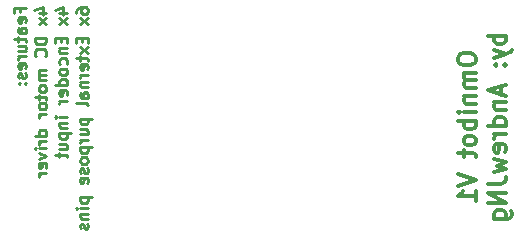
<source format=gbr>
G04 #@! TF.GenerationSoftware,KiCad,Pcbnew,(5.0.1)-3*
G04 #@! TF.CreationDate,2022-06-15T15:10:59+08:00*
G04 #@! TF.ProjectId,Omnibot V1,4F6D6E69626F742056312E6B69636164,rev?*
G04 #@! TF.SameCoordinates,Original*
G04 #@! TF.FileFunction,Legend,Bot*
G04 #@! TF.FilePolarity,Positive*
%FSLAX46Y46*%
G04 Gerber Fmt 4.6, Leading zero omitted, Abs format (unit mm)*
G04 Created by KiCad (PCBNEW (5.0.1)-3) date 15-Jun-22 3:10:59 PM*
%MOMM*%
%LPD*%
G01*
G04 APERTURE LIST*
%ADD10C,0.250000*%
%ADD11C,0.300000*%
G04 APERTURE END LIST*
D10*
X30803571Y-40233928D02*
X30803571Y-39900595D01*
X31327380Y-39900595D02*
X30327380Y-39900595D01*
X30327380Y-40376785D01*
X31279761Y-41138690D02*
X31327380Y-41043452D01*
X31327380Y-40852976D01*
X31279761Y-40757738D01*
X31184523Y-40710119D01*
X30803571Y-40710119D01*
X30708333Y-40757738D01*
X30660714Y-40852976D01*
X30660714Y-41043452D01*
X30708333Y-41138690D01*
X30803571Y-41186309D01*
X30898809Y-41186309D01*
X30994047Y-40710119D01*
X31327380Y-42043452D02*
X30803571Y-42043452D01*
X30708333Y-41995833D01*
X30660714Y-41900595D01*
X30660714Y-41710119D01*
X30708333Y-41614880D01*
X31279761Y-42043452D02*
X31327380Y-41948214D01*
X31327380Y-41710119D01*
X31279761Y-41614880D01*
X31184523Y-41567261D01*
X31089285Y-41567261D01*
X30994047Y-41614880D01*
X30946428Y-41710119D01*
X30946428Y-41948214D01*
X30898809Y-42043452D01*
X30660714Y-42376785D02*
X30660714Y-42757738D01*
X30327380Y-42519642D02*
X31184523Y-42519642D01*
X31279761Y-42567261D01*
X31327380Y-42662500D01*
X31327380Y-42757738D01*
X30660714Y-43519642D02*
X31327380Y-43519642D01*
X30660714Y-43091071D02*
X31184523Y-43091071D01*
X31279761Y-43138690D01*
X31327380Y-43233928D01*
X31327380Y-43376785D01*
X31279761Y-43472023D01*
X31232142Y-43519642D01*
X31327380Y-43995833D02*
X30660714Y-43995833D01*
X30851190Y-43995833D02*
X30755952Y-44043452D01*
X30708333Y-44091071D01*
X30660714Y-44186309D01*
X30660714Y-44281547D01*
X31279761Y-44995833D02*
X31327380Y-44900595D01*
X31327380Y-44710119D01*
X31279761Y-44614880D01*
X31184523Y-44567261D01*
X30803571Y-44567261D01*
X30708333Y-44614880D01*
X30660714Y-44710119D01*
X30660714Y-44900595D01*
X30708333Y-44995833D01*
X30803571Y-45043452D01*
X30898809Y-45043452D01*
X30994047Y-44567261D01*
X31279761Y-45424404D02*
X31327380Y-45519642D01*
X31327380Y-45710119D01*
X31279761Y-45805357D01*
X31184523Y-45852976D01*
X31136904Y-45852976D01*
X31041666Y-45805357D01*
X30994047Y-45710119D01*
X30994047Y-45567261D01*
X30946428Y-45472023D01*
X30851190Y-45424404D01*
X30803571Y-45424404D01*
X30708333Y-45472023D01*
X30660714Y-45567261D01*
X30660714Y-45710119D01*
X30708333Y-45805357D01*
X31232142Y-46281547D02*
X31279761Y-46329166D01*
X31327380Y-46281547D01*
X31279761Y-46233928D01*
X31232142Y-46281547D01*
X31327380Y-46281547D01*
X30708333Y-46281547D02*
X30755952Y-46329166D01*
X30803571Y-46281547D01*
X30755952Y-46233928D01*
X30708333Y-46281547D01*
X30803571Y-46281547D01*
X32410714Y-40329166D02*
X33077380Y-40329166D01*
X32029761Y-40091071D02*
X32744047Y-39852976D01*
X32744047Y-40472023D01*
X33077380Y-40757738D02*
X32410714Y-41281547D01*
X32410714Y-40757738D02*
X33077380Y-41281547D01*
X33077380Y-42424404D02*
X32077380Y-42424404D01*
X32077380Y-42662500D01*
X32125000Y-42805357D01*
X32220238Y-42900595D01*
X32315476Y-42948214D01*
X32505952Y-42995833D01*
X32648809Y-42995833D01*
X32839285Y-42948214D01*
X32934523Y-42900595D01*
X33029761Y-42805357D01*
X33077380Y-42662500D01*
X33077380Y-42424404D01*
X32982142Y-43995833D02*
X33029761Y-43948214D01*
X33077380Y-43805357D01*
X33077380Y-43710119D01*
X33029761Y-43567261D01*
X32934523Y-43472023D01*
X32839285Y-43424404D01*
X32648809Y-43376785D01*
X32505952Y-43376785D01*
X32315476Y-43424404D01*
X32220238Y-43472023D01*
X32125000Y-43567261D01*
X32077380Y-43710119D01*
X32077380Y-43805357D01*
X32125000Y-43948214D01*
X32172619Y-43995833D01*
X33077380Y-45186309D02*
X32410714Y-45186309D01*
X32505952Y-45186309D02*
X32458333Y-45233928D01*
X32410714Y-45329166D01*
X32410714Y-45472023D01*
X32458333Y-45567261D01*
X32553571Y-45614880D01*
X33077380Y-45614880D01*
X32553571Y-45614880D02*
X32458333Y-45662500D01*
X32410714Y-45757738D01*
X32410714Y-45900595D01*
X32458333Y-45995833D01*
X32553571Y-46043452D01*
X33077380Y-46043452D01*
X33077380Y-46662500D02*
X33029761Y-46567261D01*
X32982142Y-46519642D01*
X32886904Y-46472023D01*
X32601190Y-46472023D01*
X32505952Y-46519642D01*
X32458333Y-46567261D01*
X32410714Y-46662500D01*
X32410714Y-46805357D01*
X32458333Y-46900595D01*
X32505952Y-46948214D01*
X32601190Y-46995833D01*
X32886904Y-46995833D01*
X32982142Y-46948214D01*
X33029761Y-46900595D01*
X33077380Y-46805357D01*
X33077380Y-46662500D01*
X32410714Y-47281547D02*
X32410714Y-47662500D01*
X32077380Y-47424404D02*
X32934523Y-47424404D01*
X33029761Y-47472023D01*
X33077380Y-47567261D01*
X33077380Y-47662500D01*
X33077380Y-48138690D02*
X33029761Y-48043452D01*
X32982142Y-47995833D01*
X32886904Y-47948214D01*
X32601190Y-47948214D01*
X32505952Y-47995833D01*
X32458333Y-48043452D01*
X32410714Y-48138690D01*
X32410714Y-48281547D01*
X32458333Y-48376785D01*
X32505952Y-48424404D01*
X32601190Y-48472023D01*
X32886904Y-48472023D01*
X32982142Y-48424404D01*
X33029761Y-48376785D01*
X33077380Y-48281547D01*
X33077380Y-48138690D01*
X33077380Y-48900595D02*
X32410714Y-48900595D01*
X32601190Y-48900595D02*
X32505952Y-48948214D01*
X32458333Y-48995833D01*
X32410714Y-49091071D01*
X32410714Y-49186309D01*
X33077380Y-50710119D02*
X32077380Y-50710119D01*
X33029761Y-50710119D02*
X33077380Y-50614880D01*
X33077380Y-50424404D01*
X33029761Y-50329166D01*
X32982142Y-50281547D01*
X32886904Y-50233928D01*
X32601190Y-50233928D01*
X32505952Y-50281547D01*
X32458333Y-50329166D01*
X32410714Y-50424404D01*
X32410714Y-50614880D01*
X32458333Y-50710119D01*
X33077380Y-51186309D02*
X32410714Y-51186309D01*
X32601190Y-51186309D02*
X32505952Y-51233928D01*
X32458333Y-51281547D01*
X32410714Y-51376785D01*
X32410714Y-51472023D01*
X33077380Y-51805357D02*
X32410714Y-51805357D01*
X32077380Y-51805357D02*
X32125000Y-51757738D01*
X32172619Y-51805357D01*
X32125000Y-51852976D01*
X32077380Y-51805357D01*
X32172619Y-51805357D01*
X32410714Y-52186309D02*
X33077380Y-52424404D01*
X32410714Y-52662500D01*
X33029761Y-53424404D02*
X33077380Y-53329166D01*
X33077380Y-53138690D01*
X33029761Y-53043452D01*
X32934523Y-52995833D01*
X32553571Y-52995833D01*
X32458333Y-53043452D01*
X32410714Y-53138690D01*
X32410714Y-53329166D01*
X32458333Y-53424404D01*
X32553571Y-53472023D01*
X32648809Y-53472023D01*
X32744047Y-52995833D01*
X33077380Y-53900595D02*
X32410714Y-53900595D01*
X32601190Y-53900595D02*
X32505952Y-53948214D01*
X32458333Y-53995833D01*
X32410714Y-54091071D01*
X32410714Y-54186309D01*
X34160714Y-40329166D02*
X34827380Y-40329166D01*
X33779761Y-40091071D02*
X34494047Y-39852976D01*
X34494047Y-40472023D01*
X34827380Y-40757738D02*
X34160714Y-41281547D01*
X34160714Y-40757738D02*
X34827380Y-41281547D01*
X34303571Y-42424404D02*
X34303571Y-42757738D01*
X34827380Y-42900595D02*
X34827380Y-42424404D01*
X33827380Y-42424404D01*
X33827380Y-42900595D01*
X34160714Y-43329166D02*
X34827380Y-43329166D01*
X34255952Y-43329166D02*
X34208333Y-43376785D01*
X34160714Y-43472023D01*
X34160714Y-43614880D01*
X34208333Y-43710119D01*
X34303571Y-43757738D01*
X34827380Y-43757738D01*
X34779761Y-44662500D02*
X34827380Y-44567261D01*
X34827380Y-44376785D01*
X34779761Y-44281547D01*
X34732142Y-44233928D01*
X34636904Y-44186309D01*
X34351190Y-44186309D01*
X34255952Y-44233928D01*
X34208333Y-44281547D01*
X34160714Y-44376785D01*
X34160714Y-44567261D01*
X34208333Y-44662500D01*
X34827380Y-45233928D02*
X34779761Y-45138690D01*
X34732142Y-45091071D01*
X34636904Y-45043452D01*
X34351190Y-45043452D01*
X34255952Y-45091071D01*
X34208333Y-45138690D01*
X34160714Y-45233928D01*
X34160714Y-45376785D01*
X34208333Y-45472023D01*
X34255952Y-45519642D01*
X34351190Y-45567261D01*
X34636904Y-45567261D01*
X34732142Y-45519642D01*
X34779761Y-45472023D01*
X34827380Y-45376785D01*
X34827380Y-45233928D01*
X34827380Y-46424404D02*
X33827380Y-46424404D01*
X34779761Y-46424404D02*
X34827380Y-46329166D01*
X34827380Y-46138690D01*
X34779761Y-46043452D01*
X34732142Y-45995833D01*
X34636904Y-45948214D01*
X34351190Y-45948214D01*
X34255952Y-45995833D01*
X34208333Y-46043452D01*
X34160714Y-46138690D01*
X34160714Y-46329166D01*
X34208333Y-46424404D01*
X34779761Y-47281547D02*
X34827380Y-47186309D01*
X34827380Y-46995833D01*
X34779761Y-46900595D01*
X34684523Y-46852976D01*
X34303571Y-46852976D01*
X34208333Y-46900595D01*
X34160714Y-46995833D01*
X34160714Y-47186309D01*
X34208333Y-47281547D01*
X34303571Y-47329166D01*
X34398809Y-47329166D01*
X34494047Y-46852976D01*
X34827380Y-47757738D02*
X34160714Y-47757738D01*
X34351190Y-47757738D02*
X34255952Y-47805357D01*
X34208333Y-47852976D01*
X34160714Y-47948214D01*
X34160714Y-48043452D01*
X34827380Y-49138690D02*
X34160714Y-49138690D01*
X33827380Y-49138690D02*
X33875000Y-49091071D01*
X33922619Y-49138690D01*
X33875000Y-49186309D01*
X33827380Y-49138690D01*
X33922619Y-49138690D01*
X34160714Y-49614880D02*
X34827380Y-49614880D01*
X34255952Y-49614880D02*
X34208333Y-49662500D01*
X34160714Y-49757738D01*
X34160714Y-49900595D01*
X34208333Y-49995833D01*
X34303571Y-50043452D01*
X34827380Y-50043452D01*
X34160714Y-50519642D02*
X35160714Y-50519642D01*
X34208333Y-50519642D02*
X34160714Y-50614880D01*
X34160714Y-50805357D01*
X34208333Y-50900595D01*
X34255952Y-50948214D01*
X34351190Y-50995833D01*
X34636904Y-50995833D01*
X34732142Y-50948214D01*
X34779761Y-50900595D01*
X34827380Y-50805357D01*
X34827380Y-50614880D01*
X34779761Y-50519642D01*
X34160714Y-51852976D02*
X34827380Y-51852976D01*
X34160714Y-51424404D02*
X34684523Y-51424404D01*
X34779761Y-51472023D01*
X34827380Y-51567261D01*
X34827380Y-51710119D01*
X34779761Y-51805357D01*
X34732142Y-51852976D01*
X34160714Y-52186309D02*
X34160714Y-52567261D01*
X33827380Y-52329166D02*
X34684523Y-52329166D01*
X34779761Y-52376785D01*
X34827380Y-52472023D01*
X34827380Y-52567261D01*
X35577380Y-40329166D02*
X35577380Y-40138690D01*
X35625000Y-40043452D01*
X35672619Y-39995833D01*
X35815476Y-39900595D01*
X36005952Y-39852976D01*
X36386904Y-39852976D01*
X36482142Y-39900595D01*
X36529761Y-39948214D01*
X36577380Y-40043452D01*
X36577380Y-40233928D01*
X36529761Y-40329166D01*
X36482142Y-40376785D01*
X36386904Y-40424404D01*
X36148809Y-40424404D01*
X36053571Y-40376785D01*
X36005952Y-40329166D01*
X35958333Y-40233928D01*
X35958333Y-40043452D01*
X36005952Y-39948214D01*
X36053571Y-39900595D01*
X36148809Y-39852976D01*
X36577380Y-40757738D02*
X35910714Y-41281547D01*
X35910714Y-40757738D02*
X36577380Y-41281547D01*
X36053571Y-42424404D02*
X36053571Y-42757738D01*
X36577380Y-42900595D02*
X36577380Y-42424404D01*
X35577380Y-42424404D01*
X35577380Y-42900595D01*
X36577380Y-43233928D02*
X35910714Y-43757738D01*
X35910714Y-43233928D02*
X36577380Y-43757738D01*
X35910714Y-43995833D02*
X35910714Y-44376785D01*
X35577380Y-44138690D02*
X36434523Y-44138690D01*
X36529761Y-44186309D01*
X36577380Y-44281547D01*
X36577380Y-44376785D01*
X36529761Y-45091071D02*
X36577380Y-44995833D01*
X36577380Y-44805357D01*
X36529761Y-44710119D01*
X36434523Y-44662500D01*
X36053571Y-44662500D01*
X35958333Y-44710119D01*
X35910714Y-44805357D01*
X35910714Y-44995833D01*
X35958333Y-45091071D01*
X36053571Y-45138690D01*
X36148809Y-45138690D01*
X36244047Y-44662500D01*
X36577380Y-45567261D02*
X35910714Y-45567261D01*
X36101190Y-45567261D02*
X36005952Y-45614880D01*
X35958333Y-45662500D01*
X35910714Y-45757738D01*
X35910714Y-45852976D01*
X35910714Y-46186309D02*
X36577380Y-46186309D01*
X36005952Y-46186309D02*
X35958333Y-46233928D01*
X35910714Y-46329166D01*
X35910714Y-46472023D01*
X35958333Y-46567261D01*
X36053571Y-46614880D01*
X36577380Y-46614880D01*
X36577380Y-47519642D02*
X36053571Y-47519642D01*
X35958333Y-47472023D01*
X35910714Y-47376785D01*
X35910714Y-47186309D01*
X35958333Y-47091071D01*
X36529761Y-47519642D02*
X36577380Y-47424404D01*
X36577380Y-47186309D01*
X36529761Y-47091071D01*
X36434523Y-47043452D01*
X36339285Y-47043452D01*
X36244047Y-47091071D01*
X36196428Y-47186309D01*
X36196428Y-47424404D01*
X36148809Y-47519642D01*
X36577380Y-48138690D02*
X36529761Y-48043452D01*
X36434523Y-47995833D01*
X35577380Y-47995833D01*
X35910714Y-49281547D02*
X36910714Y-49281547D01*
X35958333Y-49281547D02*
X35910714Y-49376785D01*
X35910714Y-49567261D01*
X35958333Y-49662500D01*
X36005952Y-49710119D01*
X36101190Y-49757738D01*
X36386904Y-49757738D01*
X36482142Y-49710119D01*
X36529761Y-49662500D01*
X36577380Y-49567261D01*
X36577380Y-49376785D01*
X36529761Y-49281547D01*
X35910714Y-50614880D02*
X36577380Y-50614880D01*
X35910714Y-50186309D02*
X36434523Y-50186309D01*
X36529761Y-50233928D01*
X36577380Y-50329166D01*
X36577380Y-50472023D01*
X36529761Y-50567261D01*
X36482142Y-50614880D01*
X36577380Y-51091071D02*
X35910714Y-51091071D01*
X36101190Y-51091071D02*
X36005952Y-51138690D01*
X35958333Y-51186309D01*
X35910714Y-51281547D01*
X35910714Y-51376785D01*
X35910714Y-51710119D02*
X36910714Y-51710119D01*
X35958333Y-51710119D02*
X35910714Y-51805357D01*
X35910714Y-51995833D01*
X35958333Y-52091071D01*
X36005952Y-52138690D01*
X36101190Y-52186309D01*
X36386904Y-52186309D01*
X36482142Y-52138690D01*
X36529761Y-52091071D01*
X36577380Y-51995833D01*
X36577380Y-51805357D01*
X36529761Y-51710119D01*
X36577380Y-52757738D02*
X36529761Y-52662500D01*
X36482142Y-52614880D01*
X36386904Y-52567261D01*
X36101190Y-52567261D01*
X36005952Y-52614880D01*
X35958333Y-52662500D01*
X35910714Y-52757738D01*
X35910714Y-52900595D01*
X35958333Y-52995833D01*
X36005952Y-53043452D01*
X36101190Y-53091071D01*
X36386904Y-53091071D01*
X36482142Y-53043452D01*
X36529761Y-52995833D01*
X36577380Y-52900595D01*
X36577380Y-52757738D01*
X36529761Y-53472023D02*
X36577380Y-53567261D01*
X36577380Y-53757738D01*
X36529761Y-53852976D01*
X36434523Y-53900595D01*
X36386904Y-53900595D01*
X36291666Y-53852976D01*
X36244047Y-53757738D01*
X36244047Y-53614880D01*
X36196428Y-53519642D01*
X36101190Y-53472023D01*
X36053571Y-53472023D01*
X35958333Y-53519642D01*
X35910714Y-53614880D01*
X35910714Y-53757738D01*
X35958333Y-53852976D01*
X36529761Y-54710119D02*
X36577380Y-54614880D01*
X36577380Y-54424404D01*
X36529761Y-54329166D01*
X36434523Y-54281547D01*
X36053571Y-54281547D01*
X35958333Y-54329166D01*
X35910714Y-54424404D01*
X35910714Y-54614880D01*
X35958333Y-54710119D01*
X36053571Y-54757738D01*
X36148809Y-54757738D01*
X36244047Y-54281547D01*
X35910714Y-55948214D02*
X36910714Y-55948214D01*
X35958333Y-55948214D02*
X35910714Y-56043452D01*
X35910714Y-56233928D01*
X35958333Y-56329166D01*
X36005952Y-56376785D01*
X36101190Y-56424404D01*
X36386904Y-56424404D01*
X36482142Y-56376785D01*
X36529761Y-56329166D01*
X36577380Y-56233928D01*
X36577380Y-56043452D01*
X36529761Y-55948214D01*
X36577380Y-56852976D02*
X35910714Y-56852976D01*
X35577380Y-56852976D02*
X35625000Y-56805357D01*
X35672619Y-56852976D01*
X35625000Y-56900595D01*
X35577380Y-56852976D01*
X35672619Y-56852976D01*
X35910714Y-57329166D02*
X36577380Y-57329166D01*
X36005952Y-57329166D02*
X35958333Y-57376785D01*
X35910714Y-57472023D01*
X35910714Y-57614880D01*
X35958333Y-57710119D01*
X36053571Y-57757738D01*
X36577380Y-57757738D01*
X36529761Y-58186309D02*
X36577380Y-58281547D01*
X36577380Y-58472023D01*
X36529761Y-58567261D01*
X36434523Y-58614880D01*
X36386904Y-58614880D01*
X36291666Y-58567261D01*
X36244047Y-58472023D01*
X36244047Y-58329166D01*
X36196428Y-58233928D01*
X36101190Y-58186309D01*
X36053571Y-58186309D01*
X35958333Y-58233928D01*
X35910714Y-58329166D01*
X35910714Y-58472023D01*
X35958333Y-58567261D01*
D11*
X67903571Y-44107142D02*
X67903571Y-44392857D01*
X67975000Y-44535714D01*
X68117857Y-44678571D01*
X68403571Y-44750000D01*
X68903571Y-44750000D01*
X69189285Y-44678571D01*
X69332142Y-44535714D01*
X69403571Y-44392857D01*
X69403571Y-44107142D01*
X69332142Y-43964285D01*
X69189285Y-43821428D01*
X68903571Y-43750000D01*
X68403571Y-43750000D01*
X68117857Y-43821428D01*
X67975000Y-43964285D01*
X67903571Y-44107142D01*
X69403571Y-45392857D02*
X68403571Y-45392857D01*
X68546428Y-45392857D02*
X68475000Y-45464285D01*
X68403571Y-45607142D01*
X68403571Y-45821428D01*
X68475000Y-45964285D01*
X68617857Y-46035714D01*
X69403571Y-46035714D01*
X68617857Y-46035714D02*
X68475000Y-46107142D01*
X68403571Y-46250000D01*
X68403571Y-46464285D01*
X68475000Y-46607142D01*
X68617857Y-46678571D01*
X69403571Y-46678571D01*
X68403571Y-47392857D02*
X69403571Y-47392857D01*
X68546428Y-47392857D02*
X68475000Y-47464285D01*
X68403571Y-47607142D01*
X68403571Y-47821428D01*
X68475000Y-47964285D01*
X68617857Y-48035714D01*
X69403571Y-48035714D01*
X69403571Y-48750000D02*
X68403571Y-48750000D01*
X67903571Y-48750000D02*
X67975000Y-48678571D01*
X68046428Y-48750000D01*
X67975000Y-48821428D01*
X67903571Y-48750000D01*
X68046428Y-48750000D01*
X69403571Y-49464285D02*
X67903571Y-49464285D01*
X68475000Y-49464285D02*
X68403571Y-49607142D01*
X68403571Y-49892857D01*
X68475000Y-50035714D01*
X68546428Y-50107142D01*
X68689285Y-50178571D01*
X69117857Y-50178571D01*
X69260714Y-50107142D01*
X69332142Y-50035714D01*
X69403571Y-49892857D01*
X69403571Y-49607142D01*
X69332142Y-49464285D01*
X69403571Y-51035714D02*
X69332142Y-50892857D01*
X69260714Y-50821428D01*
X69117857Y-50750000D01*
X68689285Y-50750000D01*
X68546428Y-50821428D01*
X68475000Y-50892857D01*
X68403571Y-51035714D01*
X68403571Y-51250000D01*
X68475000Y-51392857D01*
X68546428Y-51464285D01*
X68689285Y-51535714D01*
X69117857Y-51535714D01*
X69260714Y-51464285D01*
X69332142Y-51392857D01*
X69403571Y-51250000D01*
X69403571Y-51035714D01*
X68403571Y-51964285D02*
X68403571Y-52535714D01*
X67903571Y-52178571D02*
X69189285Y-52178571D01*
X69332142Y-52250000D01*
X69403571Y-52392857D01*
X69403571Y-52535714D01*
X67903571Y-53964285D02*
X69403571Y-54464285D01*
X67903571Y-54964285D01*
X69403571Y-56250000D02*
X69403571Y-55392857D01*
X69403571Y-55821428D02*
X67903571Y-55821428D01*
X68117857Y-55678571D01*
X68260714Y-55535714D01*
X68332142Y-55392857D01*
X71953571Y-42250000D02*
X70453571Y-42250000D01*
X71025000Y-42250000D02*
X70953571Y-42392857D01*
X70953571Y-42678571D01*
X71025000Y-42821428D01*
X71096428Y-42892857D01*
X71239285Y-42964285D01*
X71667857Y-42964285D01*
X71810714Y-42892857D01*
X71882142Y-42821428D01*
X71953571Y-42678571D01*
X71953571Y-42392857D01*
X71882142Y-42250000D01*
X70953571Y-43464285D02*
X71953571Y-43821428D01*
X70953571Y-44178571D02*
X71953571Y-43821428D01*
X72310714Y-43678571D01*
X72382142Y-43607142D01*
X72453571Y-43464285D01*
X71810714Y-44750000D02*
X71882142Y-44821428D01*
X71953571Y-44750000D01*
X71882142Y-44678571D01*
X71810714Y-44750000D01*
X71953571Y-44750000D01*
X71025000Y-44750000D02*
X71096428Y-44821428D01*
X71167857Y-44750000D01*
X71096428Y-44678571D01*
X71025000Y-44750000D01*
X71167857Y-44750000D01*
X71525000Y-46535714D02*
X71525000Y-47250000D01*
X71953571Y-46392857D02*
X70453571Y-46892857D01*
X71953571Y-47392857D01*
X70953571Y-47892857D02*
X71953571Y-47892857D01*
X71096428Y-47892857D02*
X71025000Y-47964285D01*
X70953571Y-48107142D01*
X70953571Y-48321428D01*
X71025000Y-48464285D01*
X71167857Y-48535714D01*
X71953571Y-48535714D01*
X71953571Y-49892857D02*
X70453571Y-49892857D01*
X71882142Y-49892857D02*
X71953571Y-49750000D01*
X71953571Y-49464285D01*
X71882142Y-49321428D01*
X71810714Y-49250000D01*
X71667857Y-49178571D01*
X71239285Y-49178571D01*
X71096428Y-49250000D01*
X71025000Y-49321428D01*
X70953571Y-49464285D01*
X70953571Y-49750000D01*
X71025000Y-49892857D01*
X71953571Y-50607142D02*
X70953571Y-50607142D01*
X71239285Y-50607142D02*
X71096428Y-50678571D01*
X71025000Y-50750000D01*
X70953571Y-50892857D01*
X70953571Y-51035714D01*
X71882142Y-52107142D02*
X71953571Y-51964285D01*
X71953571Y-51678571D01*
X71882142Y-51535714D01*
X71739285Y-51464285D01*
X71167857Y-51464285D01*
X71025000Y-51535714D01*
X70953571Y-51678571D01*
X70953571Y-51964285D01*
X71025000Y-52107142D01*
X71167857Y-52178571D01*
X71310714Y-52178571D01*
X71453571Y-51464285D01*
X70953571Y-52678571D02*
X71953571Y-52964285D01*
X71239285Y-53250000D01*
X71953571Y-53535714D01*
X70953571Y-53821428D01*
X70453571Y-54821428D02*
X71525000Y-54821428D01*
X71739285Y-54750000D01*
X71882142Y-54607142D01*
X71953571Y-54392857D01*
X71953571Y-54250000D01*
X71953571Y-55535714D02*
X70453571Y-55535714D01*
X71953571Y-56392857D01*
X70453571Y-56392857D01*
X70953571Y-57750000D02*
X72167857Y-57750000D01*
X72310714Y-57678571D01*
X72382142Y-57607142D01*
X72453571Y-57464285D01*
X72453571Y-57250000D01*
X72382142Y-57107142D01*
X71882142Y-57750000D02*
X71953571Y-57607142D01*
X71953571Y-57321428D01*
X71882142Y-57178571D01*
X71810714Y-57107142D01*
X71667857Y-57035714D01*
X71239285Y-57035714D01*
X71096428Y-57107142D01*
X71025000Y-57178571D01*
X70953571Y-57321428D01*
X70953571Y-57607142D01*
X71025000Y-57750000D01*
M02*

</source>
